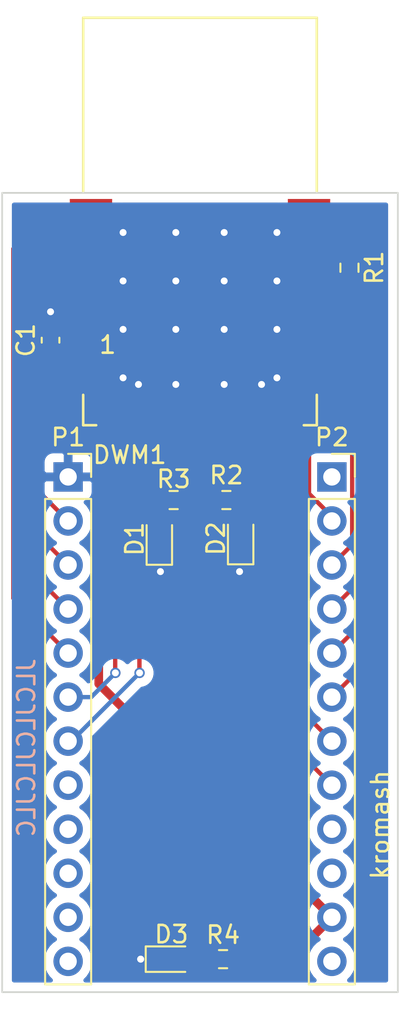
<source format=kicad_pcb>
(kicad_pcb (version 20171130) (host pcbnew 5.1.10-88a1d61d58~90~ubuntu20.04.1)

  (general
    (thickness 1.6)
    (drawings 11)
    (tracks 115)
    (zones 0)
    (modules 11)
    (nets 31)
  )

  (page A4)
  (title_block
    (date "jeu. 02 avril 2015")
  )

  (layers
    (0 F.Cu signal)
    (31 B.Cu signal)
    (32 B.Adhes user hide)
    (33 F.Adhes user hide)
    (34 B.Paste user)
    (35 F.Paste user hide)
    (36 B.SilkS user)
    (37 F.SilkS user)
    (38 B.Mask user)
    (39 F.Mask user hide)
    (40 Dwgs.User user)
    (41 Cmts.User user)
    (42 Eco1.User user hide)
    (43 Eco2.User user hide)
    (44 Edge.Cuts user)
    (45 Margin user hide)
    (46 B.CrtYd user hide)
    (47 F.CrtYd user hide)
    (48 B.Fab user)
    (49 F.Fab user)
  )

  (setup
    (last_trace_width 0.5)
    (user_trace_width 0.25)
    (user_trace_width 0.5)
    (trace_clearance 0.2)
    (zone_clearance 0.508)
    (zone_45_only no)
    (trace_min 0.2)
    (via_size 0.6)
    (via_drill 0.4)
    (via_min_size 0.4)
    (via_min_drill 0.3)
    (uvia_size 0.3)
    (uvia_drill 0.1)
    (uvias_allowed no)
    (uvia_min_size 0.2)
    (uvia_min_drill 0.1)
    (edge_width 0.1)
    (segment_width 0.15)
    (pcb_text_width 0.3)
    (pcb_text_size 1.5 1.5)
    (mod_edge_width 0.15)
    (mod_text_size 1 1)
    (mod_text_width 0.15)
    (pad_size 1.5 1.5)
    (pad_drill 0.6)
    (pad_to_mask_clearance 0)
    (aux_axis_origin 138.176 110.617)
    (visible_elements FFFFEF7F)
    (pcbplotparams
      (layerselection 0x010fc_ffffffff)
      (usegerberextensions false)
      (usegerberattributes true)
      (usegerberadvancedattributes true)
      (creategerberjobfile true)
      (excludeedgelayer true)
      (linewidth 0.100000)
      (plotframeref false)
      (viasonmask false)
      (mode 1)
      (useauxorigin false)
      (hpglpennumber 1)
      (hpglpenspeed 20)
      (hpglpendiameter 15.000000)
      (psnegative false)
      (psa4output false)
      (plotreference true)
      (plotvalue true)
      (plotinvisibletext false)
      (padsonsilk false)
      (subtractmaskfromsilk false)
      (outputformat 1)
      (mirror false)
      (drillshape 0)
      (scaleselection 1)
      (outputdirectory "jlcpcb_files/gerber/"))
  )

  (net 0 "")
  (net 1 GND)
  (net 2 /A3)
  (net 3 /A2)
  (net 4 /A1)
  (net 5 /A0)
  (net 6 /AREF)
  (net 7 +3V3)
  (net 8 "Net-(DWM1-Pad15)")
  (net 9 "Net-(DWM1-Pad14)")
  (net 10 "Net-(DWM1-Pad11)")
  (net 11 "Net-(D2-Pad2)")
  (net 12 "Net-(D1-Pad2)")
  (net 13 "/A4(SCK)")
  (net 14 "/A5(MISO)")
  (net 15 "/A6(MOSI)")
  (net 16 "/A7(SS)")
  (net 17 /D6)
  (net 18 /D7)
  (net 19 /D2)
  (net 20 /D3)
  (net 21 /D4)
  (net 22 /D5)
  (net 23 /D12)
  (net 24 /D11)
  (net 25 /D10)
  (net 26 /D9)
  (net 27 /D8)
  (net 28 /13)
  (net 29 "Net-(P2-Pad1)")
  (net 30 "Net-(D3-Pad2)")

  (net_class Default "This is the default net class."
    (clearance 0.2)
    (trace_width 0.25)
    (via_dia 0.6)
    (via_drill 0.4)
    (uvia_dia 0.3)
    (uvia_drill 0.1)
    (add_net +3V3)
    (add_net /13)
    (add_net /A0)
    (add_net /A1)
    (add_net /A2)
    (add_net /A3)
    (add_net "/A4(SCK)")
    (add_net "/A5(MISO)")
    (add_net "/A6(MOSI)")
    (add_net "/A7(SS)")
    (add_net /AREF)
    (add_net /D10)
    (add_net /D11)
    (add_net /D12)
    (add_net /D2)
    (add_net /D3)
    (add_net /D4)
    (add_net /D5)
    (add_net /D6)
    (add_net /D7)
    (add_net /D8)
    (add_net /D9)
    (add_net GND)
    (add_net "Net-(D1-Pad2)")
    (add_net "Net-(D2-Pad2)")
    (add_net "Net-(D3-Pad2)")
    (add_net "Net-(DWM1-Pad11)")
    (add_net "Net-(DWM1-Pad14)")
    (add_net "Net-(DWM1-Pad15)")
    (add_net "Net-(P2-Pad1)")
  )

  (module Resistor_SMD:R_0603_1608Metric (layer F.Cu) (tedit 5F68FEEE) (tstamp 61055D7A)
    (at 148.399 106.68 180)
    (descr "Resistor SMD 0603 (1608 Metric), square (rectangular) end terminal, IPC_7351 nominal, (Body size source: IPC-SM-782 page 72, https://www.pcb-3d.com/wordpress/wp-content/uploads/ipc-sm-782a_amendment_1_and_2.pdf), generated with kicad-footprint-generator")
    (tags resistor)
    (path /610BD43D)
    (attr smd)
    (fp_text reference R4 (at 0 1.397) (layer F.SilkS)
      (effects (font (size 1 1) (thickness 0.15)))
    )
    (fp_text value 1K (at 0 -1.397) (layer F.Fab)
      (effects (font (size 1 1) (thickness 0.15)))
    )
    (fp_line (start 1.48 0.73) (end -1.48 0.73) (layer F.CrtYd) (width 0.05))
    (fp_line (start 1.48 -0.73) (end 1.48 0.73) (layer F.CrtYd) (width 0.05))
    (fp_line (start -1.48 -0.73) (end 1.48 -0.73) (layer F.CrtYd) (width 0.05))
    (fp_line (start -1.48 0.73) (end -1.48 -0.73) (layer F.CrtYd) (width 0.05))
    (fp_line (start -0.237258 0.5225) (end 0.237258 0.5225) (layer F.SilkS) (width 0.12))
    (fp_line (start -0.237258 -0.5225) (end 0.237258 -0.5225) (layer F.SilkS) (width 0.12))
    (fp_line (start 0.8 0.4125) (end -0.8 0.4125) (layer F.Fab) (width 0.1))
    (fp_line (start 0.8 -0.4125) (end 0.8 0.4125) (layer F.Fab) (width 0.1))
    (fp_line (start -0.8 -0.4125) (end 0.8 -0.4125) (layer F.Fab) (width 0.1))
    (fp_line (start -0.8 0.4125) (end -0.8 -0.4125) (layer F.Fab) (width 0.1))
    (fp_text user %R (at 0 0) (layer F.Fab)
      (effects (font (size 0.4 0.4) (thickness 0.06)))
    )
    (pad 2 smd roundrect (at 0.825 0 180) (size 0.8 0.95) (layers F.Cu F.Paste F.Mask) (roundrect_rratio 0.25)
      (net 30 "Net-(D3-Pad2)"))
    (pad 1 smd roundrect (at -0.825 0 180) (size 0.8 0.95) (layers F.Cu F.Paste F.Mask) (roundrect_rratio 0.25)
      (net 7 +3V3))
    (model ${KISYS3DMOD}/Resistor_SMD.3dshapes/R_0603_1608Metric.wrl
      (at (xyz 0 0 0))
      (scale (xyz 1 1 1))
      (rotate (xyz 0 0 0))
    )
  )

  (module LED_SMD:LED_0603_1608Metric (layer F.Cu) (tedit 5F68FEF1) (tstamp 61055C07)
    (at 145.415 106.68)
    (descr "LED SMD 0603 (1608 Metric), square (rectangular) end terminal, IPC_7351 nominal, (Body size source: http://www.tortai-tech.com/upload/download/2011102023233369053.pdf), generated with kicad-footprint-generator")
    (tags LED)
    (path /610B57B4)
    (attr smd)
    (fp_text reference D3 (at 0 -1.43) (layer F.SilkS)
      (effects (font (size 1 1) (thickness 0.15)))
    )
    (fp_text value PWR (at 0 1.43) (layer F.Fab)
      (effects (font (size 1 1) (thickness 0.15)))
    )
    (fp_line (start 1.48 0.73) (end -1.48 0.73) (layer F.CrtYd) (width 0.05))
    (fp_line (start 1.48 -0.73) (end 1.48 0.73) (layer F.CrtYd) (width 0.05))
    (fp_line (start -1.48 -0.73) (end 1.48 -0.73) (layer F.CrtYd) (width 0.05))
    (fp_line (start -1.48 0.73) (end -1.48 -0.73) (layer F.CrtYd) (width 0.05))
    (fp_line (start -1.485 0.735) (end 0.8 0.735) (layer F.SilkS) (width 0.12))
    (fp_line (start -1.485 -0.735) (end -1.485 0.735) (layer F.SilkS) (width 0.12))
    (fp_line (start 0.8 -0.735) (end -1.485 -0.735) (layer F.SilkS) (width 0.12))
    (fp_line (start 0.8 0.4) (end 0.8 -0.4) (layer F.Fab) (width 0.1))
    (fp_line (start -0.8 0.4) (end 0.8 0.4) (layer F.Fab) (width 0.1))
    (fp_line (start -0.8 -0.1) (end -0.8 0.4) (layer F.Fab) (width 0.1))
    (fp_line (start -0.5 -0.4) (end -0.8 -0.1) (layer F.Fab) (width 0.1))
    (fp_line (start 0.8 -0.4) (end -0.5 -0.4) (layer F.Fab) (width 0.1))
    (fp_text user %R (at 0 0) (layer F.Fab)
      (effects (font (size 0.4 0.4) (thickness 0.06)))
    )
    (pad 2 smd roundrect (at 0.7875 0) (size 0.875 0.95) (layers F.Cu F.Paste F.Mask) (roundrect_rratio 0.25)
      (net 30 "Net-(D3-Pad2)"))
    (pad 1 smd roundrect (at -0.7875 0) (size 0.875 0.95) (layers F.Cu F.Paste F.Mask) (roundrect_rratio 0.25)
      (net 1 GND))
    (model ${KISYS3DMOD}/LED_SMD.3dshapes/LED_0603_1608Metric.wrl
      (at (xyz 0 0 0))
      (scale (xyz 1 1 1))
      (rotate (xyz 0 0 0))
    )
  )

  (module Connector_PinSocket_2.54mm:PinSocket_1x12_P2.54mm_Vertical (layer F.Cu) (tedit 5A19A41D) (tstamp 61028ACF)
    (at 154.686 78.867)
    (descr "Through hole straight socket strip, 1x12, 2.54mm pitch, single row (from Kicad 4.0.7), script generated")
    (tags "Through hole socket strip THT 1x12 2.54mm single row")
    (path /61091C59)
    (fp_text reference P2 (at 0 -2.286) (layer F.SilkS)
      (effects (font (size 1 1) (thickness 0.15)))
    )
    (fp_text value Analog (at 0 30.71) (layer F.Fab)
      (effects (font (size 1 1) (thickness 0.15)))
    )
    (fp_line (start -1.27 -1.27) (end 0.635 -1.27) (layer F.Fab) (width 0.1))
    (fp_line (start 0.635 -1.27) (end 1.27 -0.635) (layer F.Fab) (width 0.1))
    (fp_line (start 1.27 -0.635) (end 1.27 29.21) (layer F.Fab) (width 0.1))
    (fp_line (start 1.27 29.21) (end -1.27 29.21) (layer F.Fab) (width 0.1))
    (fp_line (start -1.27 29.21) (end -1.27 -1.27) (layer F.Fab) (width 0.1))
    (fp_line (start -1.33 1.27) (end 1.33 1.27) (layer F.SilkS) (width 0.12))
    (fp_line (start -1.33 1.27) (end -1.33 29.27) (layer F.SilkS) (width 0.12))
    (fp_line (start -1.33 29.27) (end 1.33 29.27) (layer F.SilkS) (width 0.12))
    (fp_line (start 1.33 1.27) (end 1.33 29.27) (layer F.SilkS) (width 0.12))
    (fp_line (start 1.33 -1.33) (end 1.33 0) (layer F.SilkS) (width 0.12))
    (fp_line (start 0 -1.33) (end 1.33 -1.33) (layer F.SilkS) (width 0.12))
    (fp_line (start -1.8 -1.8) (end 1.75 -1.8) (layer F.CrtYd) (width 0.05))
    (fp_line (start 1.75 -1.8) (end 1.75 29.7) (layer F.CrtYd) (width 0.05))
    (fp_line (start 1.75 29.7) (end -1.8 29.7) (layer F.CrtYd) (width 0.05))
    (fp_line (start -1.8 29.7) (end -1.8 -1.8) (layer F.CrtYd) (width 0.05))
    (fp_text user %R (at 0 13.97 90) (layer F.Fab)
      (effects (font (size 1 1) (thickness 0.15)))
    )
    (pad 12 thru_hole oval (at 0 27.94) (size 1.7 1.7) (drill 1) (layers *.Cu *.Mask)
      (net 28 /13))
    (pad 11 thru_hole oval (at 0 25.4) (size 1.7 1.7) (drill 1) (layers *.Cu *.Mask)
      (net 7 +3V3))
    (pad 10 thru_hole oval (at 0 22.86) (size 1.7 1.7) (drill 1) (layers *.Cu *.Mask)
      (net 6 /AREF))
    (pad 9 thru_hole oval (at 0 20.32) (size 1.7 1.7) (drill 1) (layers *.Cu *.Mask)
      (net 5 /A0))
    (pad 8 thru_hole oval (at 0 17.78) (size 1.7 1.7) (drill 1) (layers *.Cu *.Mask)
      (net 4 /A1))
    (pad 7 thru_hole oval (at 0 15.24) (size 1.7 1.7) (drill 1) (layers *.Cu *.Mask)
      (net 3 /A2))
    (pad 6 thru_hole oval (at 0 12.7) (size 1.7 1.7) (drill 1) (layers *.Cu *.Mask)
      (net 2 /A3))
    (pad 5 thru_hole oval (at 0 10.16) (size 1.7 1.7) (drill 1) (layers *.Cu *.Mask)
      (net 13 "/A4(SCK)"))
    (pad 4 thru_hole oval (at 0 7.62) (size 1.7 1.7) (drill 1) (layers *.Cu *.Mask)
      (net 14 "/A5(MISO)"))
    (pad 3 thru_hole oval (at 0 5.08) (size 1.7 1.7) (drill 1) (layers *.Cu *.Mask)
      (net 15 "/A6(MOSI)"))
    (pad 2 thru_hole oval (at 0 2.54) (size 1.7 1.7) (drill 1) (layers *.Cu *.Mask)
      (net 16 "/A7(SS)"))
    (pad 1 thru_hole rect (at 0 0) (size 1.7 1.7) (drill 1) (layers *.Cu *.Mask)
      (net 29 "Net-(P2-Pad1)"))
    (model ${KISYS3DMOD}/Connector_PinSocket_2.54mm.3dshapes/PinSocket_1x12_P2.54mm_Vertical.wrl
      (at (xyz 0 0 0))
      (scale (xyz 1 1 1))
      (rotate (xyz 0 0 0))
    )
  )

  (module Connector_PinSocket_2.54mm:PinSocket_1x12_P2.54mm_Vertical (layer F.Cu) (tedit 5A19A41D) (tstamp 6102749F)
    (at 139.446 78.867)
    (descr "Through hole straight socket strip, 1x12, 2.54mm pitch, single row (from Kicad 4.0.7), script generated")
    (tags "Through hole socket strip THT 1x12 2.54mm single row")
    (path /6102250C)
    (fp_text reference P1 (at 0 -2.286) (layer F.SilkS)
      (effects (font (size 1 1) (thickness 0.15)))
    )
    (fp_text value Digital (at 0 30.71) (layer F.Fab)
      (effects (font (size 1 1) (thickness 0.15)))
    )
    (fp_line (start -1.27 -1.27) (end 0.635 -1.27) (layer F.Fab) (width 0.1))
    (fp_line (start 0.635 -1.27) (end 1.27 -0.635) (layer F.Fab) (width 0.1))
    (fp_line (start 1.27 -0.635) (end 1.27 29.21) (layer F.Fab) (width 0.1))
    (fp_line (start 1.27 29.21) (end -1.27 29.21) (layer F.Fab) (width 0.1))
    (fp_line (start -1.27 29.21) (end -1.27 -1.27) (layer F.Fab) (width 0.1))
    (fp_line (start -1.33 1.27) (end 1.33 1.27) (layer F.SilkS) (width 0.12))
    (fp_line (start -1.33 1.27) (end -1.33 29.27) (layer F.SilkS) (width 0.12))
    (fp_line (start -1.33 29.27) (end 1.33 29.27) (layer F.SilkS) (width 0.12))
    (fp_line (start 1.33 1.27) (end 1.33 29.27) (layer F.SilkS) (width 0.12))
    (fp_line (start 1.33 -1.33) (end 1.33 0) (layer F.SilkS) (width 0.12))
    (fp_line (start 0 -1.33) (end 1.33 -1.33) (layer F.SilkS) (width 0.12))
    (fp_line (start -1.8 -1.8) (end 1.75 -1.8) (layer F.CrtYd) (width 0.05))
    (fp_line (start 1.75 -1.8) (end 1.75 29.7) (layer F.CrtYd) (width 0.05))
    (fp_line (start 1.75 29.7) (end -1.8 29.7) (layer F.CrtYd) (width 0.05))
    (fp_line (start -1.8 29.7) (end -1.8 -1.8) (layer F.CrtYd) (width 0.05))
    (fp_text user %R (at 0 13.97 90) (layer F.Fab)
      (effects (font (size 1 1) (thickness 0.15)))
    )
    (pad 12 thru_hole oval (at 0 27.94) (size 1.7 1.7) (drill 1) (layers *.Cu *.Mask)
      (net 23 /D12))
    (pad 11 thru_hole oval (at 0 25.4) (size 1.7 1.7) (drill 1) (layers *.Cu *.Mask)
      (net 24 /D11))
    (pad 10 thru_hole oval (at 0 22.86) (size 1.7 1.7) (drill 1) (layers *.Cu *.Mask)
      (net 25 /D10))
    (pad 9 thru_hole oval (at 0 20.32) (size 1.7 1.7) (drill 1) (layers *.Cu *.Mask)
      (net 26 /D9))
    (pad 8 thru_hole oval (at 0 17.78) (size 1.7 1.7) (drill 1) (layers *.Cu *.Mask)
      (net 27 /D8))
    (pad 7 thru_hole oval (at 0 15.24) (size 1.7 1.7) (drill 1) (layers *.Cu *.Mask)
      (net 18 /D7))
    (pad 6 thru_hole oval (at 0 12.7) (size 1.7 1.7) (drill 1) (layers *.Cu *.Mask)
      (net 17 /D6))
    (pad 5 thru_hole oval (at 0 10.16) (size 1.7 1.7) (drill 1) (layers *.Cu *.Mask)
      (net 22 /D5))
    (pad 4 thru_hole oval (at 0 7.62) (size 1.7 1.7) (drill 1) (layers *.Cu *.Mask)
      (net 21 /D4))
    (pad 3 thru_hole oval (at 0 5.08) (size 1.7 1.7) (drill 1) (layers *.Cu *.Mask)
      (net 20 /D3))
    (pad 2 thru_hole oval (at 0 2.54) (size 1.7 1.7) (drill 1) (layers *.Cu *.Mask)
      (net 19 /D2))
    (pad 1 thru_hole rect (at 0 0) (size 1.7 1.7) (drill 1) (layers *.Cu *.Mask)
      (net 1 GND))
    (model ${KISYS3DMOD}/Connector_PinSocket_2.54mm.3dshapes/PinSocket_1x12_P2.54mm_Vertical.wrl
      (at (xyz 0 0 0))
      (scale (xyz 1 1 1))
      (rotate (xyz 0 0 0))
    )
  )

  (module LED_SMD:LED_0603_1608Metric (layer F.Cu) (tedit 5F68FEF1) (tstamp 60FCB453)
    (at 149.4155 82.423 90)
    (descr "LED SMD 0603 (1608 Metric), square (rectangular) end terminal, IPC_7351 nominal, (Body size source: http://www.tortai-tech.com/upload/download/2011102023233369053.pdf), generated with kicad-footprint-generator")
    (tags LED)
    (path /6101A4B7)
    (attr smd)
    (fp_text reference D2 (at 0 -1.43 90) (layer F.SilkS)
      (effects (font (size 1 1) (thickness 0.15)))
    )
    (fp_text value LD2G (at -0.254 1.43 90) (layer F.Fab)
      (effects (font (size 1 1) (thickness 0.15)))
    )
    (fp_line (start 1.48 0.73) (end -1.48 0.73) (layer F.CrtYd) (width 0.05))
    (fp_line (start 1.48 -0.73) (end 1.48 0.73) (layer F.CrtYd) (width 0.05))
    (fp_line (start -1.48 -0.73) (end 1.48 -0.73) (layer F.CrtYd) (width 0.05))
    (fp_line (start -1.48 0.73) (end -1.48 -0.73) (layer F.CrtYd) (width 0.05))
    (fp_line (start -1.485 0.735) (end 0.8 0.735) (layer F.SilkS) (width 0.12))
    (fp_line (start -1.485 -0.735) (end -1.485 0.735) (layer F.SilkS) (width 0.12))
    (fp_line (start 0.8 -0.735) (end -1.485 -0.735) (layer F.SilkS) (width 0.12))
    (fp_line (start 0.8 0.4) (end 0.8 -0.4) (layer F.Fab) (width 0.1))
    (fp_line (start -0.8 0.4) (end 0.8 0.4) (layer F.Fab) (width 0.1))
    (fp_line (start -0.8 -0.1) (end -0.8 0.4) (layer F.Fab) (width 0.1))
    (fp_line (start -0.5 -0.4) (end -0.8 -0.1) (layer F.Fab) (width 0.1))
    (fp_line (start 0.8 -0.4) (end -0.5 -0.4) (layer F.Fab) (width 0.1))
    (fp_text user %R (at 0 0 90) (layer F.Fab)
      (effects (font (size 0.4 0.4) (thickness 0.06)))
    )
    (pad 2 smd roundrect (at 0.7875 0 90) (size 0.875 0.95) (layers F.Cu F.Paste F.Mask) (roundrect_rratio 0.25)
      (net 11 "Net-(D2-Pad2)"))
    (pad 1 smd roundrect (at -0.7875 0 90) (size 0.875 0.95) (layers F.Cu F.Paste F.Mask) (roundrect_rratio 0.25)
      (net 1 GND))
    (model ${KISYS3DMOD}/LED_SMD.3dshapes/LED_0603_1608Metric.wrl
      (at (xyz 0 0 0))
      (scale (xyz 1 1 1))
      (rotate (xyz 0 0 0))
    )
  )

  (module LED_SMD:LED_0603_1608Metric (layer F.Cu) (tedit 5F68FEF1) (tstamp 6105293F)
    (at 144.7165 82.4485 90)
    (descr "LED SMD 0603 (1608 Metric), square (rectangular) end terminal, IPC_7351 nominal, (Body size source: http://www.tortai-tech.com/upload/download/2011102023233369053.pdf), generated with kicad-footprint-generator")
    (tags LED)
    (path /61019DE2)
    (attr smd)
    (fp_text reference D1 (at 0 -1.43 90) (layer F.SilkS)
      (effects (font (size 1 1) (thickness 0.15)))
    )
    (fp_text value LD1R (at -0.2285 1.43 90) (layer F.Fab)
      (effects (font (size 1 1) (thickness 0.15)))
    )
    (fp_line (start 1.48 0.73) (end -1.48 0.73) (layer F.CrtYd) (width 0.05))
    (fp_line (start 1.48 -0.73) (end 1.48 0.73) (layer F.CrtYd) (width 0.05))
    (fp_line (start -1.48 -0.73) (end 1.48 -0.73) (layer F.CrtYd) (width 0.05))
    (fp_line (start -1.48 0.73) (end -1.48 -0.73) (layer F.CrtYd) (width 0.05))
    (fp_line (start -1.485 0.735) (end 0.8 0.735) (layer F.SilkS) (width 0.12))
    (fp_line (start -1.485 -0.735) (end -1.485 0.735) (layer F.SilkS) (width 0.12))
    (fp_line (start 0.8 -0.735) (end -1.485 -0.735) (layer F.SilkS) (width 0.12))
    (fp_line (start 0.8 0.4) (end 0.8 -0.4) (layer F.Fab) (width 0.1))
    (fp_line (start -0.8 0.4) (end 0.8 0.4) (layer F.Fab) (width 0.1))
    (fp_line (start -0.8 -0.1) (end -0.8 0.4) (layer F.Fab) (width 0.1))
    (fp_line (start -0.5 -0.4) (end -0.8 -0.1) (layer F.Fab) (width 0.1))
    (fp_line (start 0.8 -0.4) (end -0.5 -0.4) (layer F.Fab) (width 0.1))
    (fp_text user %R (at 0 0 90) (layer F.Fab)
      (effects (font (size 0.4 0.4) (thickness 0.06)))
    )
    (pad 2 smd roundrect (at 0.7875 0 90) (size 0.875 0.95) (layers F.Cu F.Paste F.Mask) (roundrect_rratio 0.25)
      (net 12 "Net-(D1-Pad2)"))
    (pad 1 smd roundrect (at -0.7875 0 90) (size 0.875 0.95) (layers F.Cu F.Paste F.Mask) (roundrect_rratio 0.25)
      (net 1 GND))
    (model ${KISYS3DMOD}/LED_SMD.3dshapes/LED_0603_1608Metric.wrl
      (at (xyz 0 0 0))
      (scale (xyz 1 1 1))
      (rotate (xyz 0 0 0))
    )
  )

  (module Capacitor_SMD:C_0603_1608Metric (layer F.Cu) (tedit 5F68FEEE) (tstamp 6105269E)
    (at 138.43 70.98 90)
    (descr "Capacitor SMD 0603 (1608 Metric), square (rectangular) end terminal, IPC_7351 nominal, (Body size source: IPC-SM-782 page 76, https://www.pcb-3d.com/wordpress/wp-content/uploads/ipc-sm-782a_amendment_1_and_2.pdf), generated with kicad-footprint-generator")
    (tags capacitor)
    (path /6102B3B8)
    (attr smd)
    (fp_text reference C1 (at 0 -1.43 90) (layer F.SilkS)
      (effects (font (size 1 1) (thickness 0.15)))
    )
    (fp_text value 10U (at 0 1.43 90) (layer F.Fab)
      (effects (font (size 1 1) (thickness 0.15)))
    )
    (fp_line (start 1.48 0.73) (end -1.48 0.73) (layer F.CrtYd) (width 0.05))
    (fp_line (start 1.48 -0.73) (end 1.48 0.73) (layer F.CrtYd) (width 0.05))
    (fp_line (start -1.48 -0.73) (end 1.48 -0.73) (layer F.CrtYd) (width 0.05))
    (fp_line (start -1.48 0.73) (end -1.48 -0.73) (layer F.CrtYd) (width 0.05))
    (fp_line (start -0.14058 0.51) (end 0.14058 0.51) (layer F.SilkS) (width 0.12))
    (fp_line (start -0.14058 -0.51) (end 0.14058 -0.51) (layer F.SilkS) (width 0.12))
    (fp_line (start 0.8 0.4) (end -0.8 0.4) (layer F.Fab) (width 0.1))
    (fp_line (start 0.8 -0.4) (end 0.8 0.4) (layer F.Fab) (width 0.1))
    (fp_line (start -0.8 -0.4) (end 0.8 -0.4) (layer F.Fab) (width 0.1))
    (fp_line (start -0.8 0.4) (end -0.8 -0.4) (layer F.Fab) (width 0.1))
    (fp_text user %R (at 0 0 90) (layer F.Fab)
      (effects (font (size 0.4 0.4) (thickness 0.06)))
    )
    (pad 2 smd roundrect (at 0.775 0 90) (size 0.9 0.95) (layers F.Cu F.Paste F.Mask) (roundrect_rratio 0.25)
      (net 1 GND))
    (pad 1 smd roundrect (at -0.775 0 90) (size 0.9 0.95) (layers F.Cu F.Paste F.Mask) (roundrect_rratio 0.25)
      (net 7 +3V3))
    (model ${KISYS3DMOD}/Capacitor_SMD.3dshapes/C_0603_1608Metric.wrl
      (at (xyz 0 0 0))
      (scale (xyz 1 1 1))
      (rotate (xyz 0 0 0))
    )
  )

  (module Resistor_SMD:R_0603_1608Metric (layer F.Cu) (tedit 5F68FEEE) (tstamp 60FCBF0B)
    (at 145.542 80.2005 180)
    (descr "Resistor SMD 0603 (1608 Metric), square (rectangular) end terminal, IPC_7351 nominal, (Body size source: IPC-SM-782 page 72, https://www.pcb-3d.com/wordpress/wp-content/uploads/ipc-sm-782a_amendment_1_and_2.pdf), generated with kicad-footprint-generator")
    (tags resistor)
    (path /61051918)
    (attr smd)
    (fp_text reference R3 (at 0 1.2065) (layer F.SilkS)
      (effects (font (size 1 1) (thickness 0.15)))
    )
    (fp_text value 1K (at 0 2.4765) (layer F.Fab)
      (effects (font (size 1 1) (thickness 0.15)))
    )
    (fp_line (start 1.48 0.73) (end -1.48 0.73) (layer F.CrtYd) (width 0.05))
    (fp_line (start 1.48 -0.73) (end 1.48 0.73) (layer F.CrtYd) (width 0.05))
    (fp_line (start -1.48 -0.73) (end 1.48 -0.73) (layer F.CrtYd) (width 0.05))
    (fp_line (start -1.48 0.73) (end -1.48 -0.73) (layer F.CrtYd) (width 0.05))
    (fp_line (start -0.237258 0.5225) (end 0.237258 0.5225) (layer F.SilkS) (width 0.12))
    (fp_line (start -0.237258 -0.5225) (end 0.237258 -0.5225) (layer F.SilkS) (width 0.12))
    (fp_line (start 0.8 0.4125) (end -0.8 0.4125) (layer F.Fab) (width 0.1))
    (fp_line (start 0.8 -0.4125) (end 0.8 0.4125) (layer F.Fab) (width 0.1))
    (fp_line (start -0.8 -0.4125) (end 0.8 -0.4125) (layer F.Fab) (width 0.1))
    (fp_line (start -0.8 0.4125) (end -0.8 -0.4125) (layer F.Fab) (width 0.1))
    (fp_text user %R (at 0 0) (layer F.Fab)
      (effects (font (size 0.4 0.4) (thickness 0.06)))
    )
    (pad 2 smd roundrect (at 0.825 0 180) (size 0.8 0.95) (layers F.Cu F.Paste F.Mask) (roundrect_rratio 0.25)
      (net 12 "Net-(D1-Pad2)"))
    (pad 1 smd roundrect (at -0.825 0 180) (size 0.8 0.95) (layers F.Cu F.Paste F.Mask) (roundrect_rratio 0.25)
      (net 4 /A1))
    (model ${KISYS3DMOD}/Resistor_SMD.3dshapes/R_0603_1608Metric.wrl
      (at (xyz 0 0 0))
      (scale (xyz 1 1 1))
      (rotate (xyz 0 0 0))
    )
  )

  (module Resistor_SMD:R_0603_1608Metric (layer F.Cu) (tedit 5F68FEEE) (tstamp 60FCBF3B)
    (at 148.59 80.2005)
    (descr "Resistor SMD 0603 (1608 Metric), square (rectangular) end terminal, IPC_7351 nominal, (Body size source: IPC-SM-782 page 72, https://www.pcb-3d.com/wordpress/wp-content/uploads/ipc-sm-782a_amendment_1_and_2.pdf), generated with kicad-footprint-generator")
    (tags resistor)
    (path /61051FA6)
    (attr smd)
    (fp_text reference R2 (at 0 -1.43) (layer F.SilkS)
      (effects (font (size 1 1) (thickness 0.15)))
    )
    (fp_text value 1K (at 0 1.43) (layer F.Fab)
      (effects (font (size 1 1) (thickness 0.15)))
    )
    (fp_line (start 1.48 0.73) (end -1.48 0.73) (layer F.CrtYd) (width 0.05))
    (fp_line (start 1.48 -0.73) (end 1.48 0.73) (layer F.CrtYd) (width 0.05))
    (fp_line (start -1.48 -0.73) (end 1.48 -0.73) (layer F.CrtYd) (width 0.05))
    (fp_line (start -1.48 0.73) (end -1.48 -0.73) (layer F.CrtYd) (width 0.05))
    (fp_line (start -0.237258 0.5225) (end 0.237258 0.5225) (layer F.SilkS) (width 0.12))
    (fp_line (start -0.237258 -0.5225) (end 0.237258 -0.5225) (layer F.SilkS) (width 0.12))
    (fp_line (start 0.8 0.4125) (end -0.8 0.4125) (layer F.Fab) (width 0.1))
    (fp_line (start 0.8 -0.4125) (end 0.8 0.4125) (layer F.Fab) (width 0.1))
    (fp_line (start -0.8 -0.4125) (end 0.8 -0.4125) (layer F.Fab) (width 0.1))
    (fp_line (start -0.8 0.4125) (end -0.8 -0.4125) (layer F.Fab) (width 0.1))
    (fp_text user %R (at 0 0) (layer F.Fab)
      (effects (font (size 0.4 0.4) (thickness 0.06)))
    )
    (pad 2 smd roundrect (at 0.825 0) (size 0.8 0.95) (layers F.Cu F.Paste F.Mask) (roundrect_rratio 0.25)
      (net 11 "Net-(D2-Pad2)"))
    (pad 1 smd roundrect (at -0.825 0) (size 0.8 0.95) (layers F.Cu F.Paste F.Mask) (roundrect_rratio 0.25)
      (net 3 /A2))
    (model ${KISYS3DMOD}/Resistor_SMD.3dshapes/R_0603_1608Metric.wrl
      (at (xyz 0 0 0))
      (scale (xyz 1 1 1))
      (rotate (xyz 0 0 0))
    )
  )

  (module Resistor_SMD:R_0603_1608Metric (layer F.Cu) (tedit 5F68FEEE) (tstamp 60FCBCF9)
    (at 155.702 66.802 270)
    (descr "Resistor SMD 0603 (1608 Metric), square (rectangular) end terminal, IPC_7351 nominal, (Body size source: IPC-SM-782 page 72, https://www.pcb-3d.com/wordpress/wp-content/uploads/ipc-sm-782a_amendment_1_and_2.pdf), generated with kicad-footprint-generator")
    (tags resistor)
    (path /60FE0CE5)
    (attr smd)
    (fp_text reference R1 (at 0 -1.43 90) (layer F.SilkS)
      (effects (font (size 1 1) (thickness 0.15)))
    )
    (fp_text value 10K (at 0 1.43 90) (layer F.Fab)
      (effects (font (size 1 1) (thickness 0.15)))
    )
    (fp_line (start 1.48 0.73) (end -1.48 0.73) (layer F.CrtYd) (width 0.05))
    (fp_line (start 1.48 -0.73) (end 1.48 0.73) (layer F.CrtYd) (width 0.05))
    (fp_line (start -1.48 -0.73) (end 1.48 -0.73) (layer F.CrtYd) (width 0.05))
    (fp_line (start -1.48 0.73) (end -1.48 -0.73) (layer F.CrtYd) (width 0.05))
    (fp_line (start -0.237258 0.5225) (end 0.237258 0.5225) (layer F.SilkS) (width 0.12))
    (fp_line (start -0.237258 -0.5225) (end 0.237258 -0.5225) (layer F.SilkS) (width 0.12))
    (fp_line (start 0.8 0.4125) (end -0.8 0.4125) (layer F.Fab) (width 0.1))
    (fp_line (start 0.8 -0.4125) (end 0.8 0.4125) (layer F.Fab) (width 0.1))
    (fp_line (start -0.8 -0.4125) (end 0.8 -0.4125) (layer F.Fab) (width 0.1))
    (fp_line (start -0.8 0.4125) (end -0.8 -0.4125) (layer F.Fab) (width 0.1))
    (fp_text user %R (at 0.254 -0.1905 90) (layer F.Fab)
      (effects (font (size 0.4 0.4) (thickness 0.06)))
    )
    (pad 2 smd roundrect (at 0.825 0 270) (size 0.8 0.95) (layers F.Cu F.Paste F.Mask) (roundrect_rratio 0.25)
      (net 1 GND))
    (pad 1 smd roundrect (at -0.825 0 270) (size 0.8 0.95) (layers F.Cu F.Paste F.Mask) (roundrect_rratio 0.25)
      (net 2 /A3))
    (model ${KISYS3DMOD}/Resistor_SMD.3dshapes/R_0603_1608Metric.wrl
      (at (xyz 0 0 0))
      (scale (xyz 1 1 1))
      (rotate (xyz 0 0 0))
    )
  )

  (module RF_Module:DWM1000 (layer F.Cu) (tedit 5A5206A0) (tstamp 61029605)
    (at 147.066 64.135)
    (descr "IEEE802.15.4-2011 UWB")
    (tags "UWB Module")
    (path /60F61C68)
    (attr smd)
    (fp_text reference DWM1 (at -4.064 13.462) (layer F.SilkS)
      (effects (font (size 1 1) (thickness 0.15)))
    )
    (fp_text value DWM1000 (at 0 7.5) (layer F.Fab)
      (effects (font (size 1 1) (thickness 0.15)))
    )
    (fp_line (start 6.35 -12.7) (end 8.89 -10.16) (layer Dwgs.User) (width 0.15))
    (fp_line (start 2.54 -12.7) (end 8.89 -6.35) (layer Dwgs.User) (width 0.15))
    (fp_line (start -1.27 -12.7) (end 8.89 -2.54) (layer Dwgs.User) (width 0.15))
    (fp_line (start 6.35 -1.27) (end -5.08 -12.7) (layer Dwgs.User) (width 0.15))
    (fp_line (start 2.54 -1.27) (end -8.89 -12.7) (layer Dwgs.User) (width 0.15))
    (fp_line (start -8.89 -8.89) (end -1.27 -1.27) (layer Dwgs.User) (width 0.15))
    (fp_line (start -8.89 -5.08) (end -5.08 -1.27) (layer Dwgs.User) (width 0.15))
    (fp_line (start -8.89 -12.7) (end 8.89 -12.7) (layer Dwgs.User) (width 0.15))
    (fp_line (start 8.89 -12.7) (end 8.89 -1.27) (layer Dwgs.User) (width 0.15))
    (fp_line (start 8.89 -1.27) (end -8.89 -1.27) (layer Dwgs.User) (width 0.15))
    (fp_line (start -8.89 -1.27) (end -8.89 -12.7) (layer Dwgs.User) (width 0.15))
    (fp_line (start -6 11.75) (end -6.75 11.75) (layer F.SilkS) (width 0.15))
    (fp_line (start -6.75 11.75) (end -6.75 10) (layer F.SilkS) (width 0.15))
    (fp_line (start 6 11.75) (end 6.75 11.75) (layer F.SilkS) (width 0.15))
    (fp_line (start 6.75 11.75) (end 6.75 10) (layer F.SilkS) (width 0.15))
    (fp_line (start 6.5 11.5) (end 6.5 -11.5) (layer F.Fab) (width 0.15))
    (fp_line (start 6.5 -11.5) (end -6.5 -11.5) (layer F.Fab) (width 0.15))
    (fp_line (start -6.5 -11.5) (end -6.5 11.5) (layer F.Fab) (width 0.15))
    (fp_line (start -6.5 11.5) (end 6.5 11.5) (layer F.Fab) (width 0.15))
    (fp_line (start -7.85 12.85) (end 7.85 12.85) (layer F.CrtYd) (width 0.05))
    (fp_line (start 7.85 12.85) (end 7.85 -11.85) (layer F.CrtYd) (width 0.05))
    (fp_line (start 7.85 -11.85) (end -7.85 -11.85) (layer F.CrtYd) (width 0.05))
    (fp_line (start -7.85 -11.85) (end -7.85 12.85) (layer F.CrtYd) (width 0.05))
    (fp_line (start -3.81 -2.47) (end -3.81 -10.725) (layer F.Fab) (width 0.15))
    (fp_line (start -3.81 -10.725) (end 1.905 -10.725) (layer F.Fab) (width 0.15))
    (fp_line (start 1.905 -10.725) (end 1.905 -2.47) (layer F.Fab) (width 0.15))
    (fp_line (start 1.905 -2.47) (end -3.81 -2.47) (layer F.Fab) (width 0.15))
    (fp_line (start -5.08 10.865) (end -5.715 10.23) (layer F.Fab) (width 0.15))
    (fp_line (start -5.715 10.23) (end -5.715 -1.2) (layer F.Fab) (width 0.15))
    (fp_line (start -5.715 -1.2) (end 4.445 -1.2) (layer F.Fab) (width 0.15))
    (fp_line (start 4.445 -1.2) (end 5.08 -1.2) (layer F.Fab) (width 0.15))
    (fp_line (start 5.08 -1.2) (end 5.715 -0.565) (layer F.Fab) (width 0.15))
    (fp_line (start 5.715 -0.565) (end 5.715 10.865) (layer F.Fab) (width 0.15))
    (fp_line (start 5.715 10.865) (end -5.08 10.865) (layer F.Fab) (width 0.15))
    (fp_line (start -6.75 -11.75) (end 6.75 -11.75) (layer F.SilkS) (width 0.15))
    (fp_line (start 6.75 -11.75) (end 6.75 -1.75) (layer F.SilkS) (width 0.15))
    (fp_line (start -6.75 -11.75) (end -6.75 -1.75) (layer F.SilkS) (width 0.15))
    (fp_text user %R (at 0 0) (layer F.Fab)
      (effects (font (size 1 1) (thickness 0.15)))
    )
    (fp_text user "KEEP-OUT ZONE" (at 0 -8.89) (layer Cmts.User)
      (effects (font (size 1 1) (thickness 0.15)))
    )
    (fp_text user "no components, traces, or copper on any layer" (at 0 -6.35) (layer Cmts.User)
      (effects (font (size 0.5 0.5) (thickness 0.03175)))
    )
    (pad 24 smd rect (at 6.3 -0.7988 90) (size 1 2.45) (layers F.Cu F.Paste F.Mask)
      (net 1 GND))
    (pad 23 smd rect (at 6.3 0.6012 90) (size 1 2.45) (layers F.Cu F.Paste F.Mask)
      (net 1 GND))
    (pad 22 smd rect (at 6.3 2.0012 90) (size 1 2.45) (layers F.Cu F.Paste F.Mask)
      (net 2 /A3))
    (pad 21 smd rect (at 6.3 3.4012 90) (size 1 2.45) (layers F.Cu F.Paste F.Mask)
      (net 1 GND))
    (pad 20 smd rect (at 6.3 4.8012 90) (size 1 2.45) (layers F.Cu F.Paste F.Mask)
      (net 13 "/A4(SCK)"))
    (pad 19 smd rect (at 6.3 6.2012 90) (size 1 2.45) (layers F.Cu F.Paste F.Mask)
      (net 14 "/A5(MISO)"))
    (pad 18 smd rect (at 6.3 7.6 90) (size 1 2.45) (layers F.Cu F.Paste F.Mask)
      (net 15 "/A6(MOSI)"))
    (pad 17 smd rect (at 6.3 9 90) (size 1 2.45) (layers F.Cu F.Paste F.Mask)
      (net 16 "/A7(SS)"))
    (pad 16 smd rect (at 4.9 11.2962) (size 1 2.45) (layers F.Cu F.Paste F.Mask)
      (net 1 GND))
    (pad 15 smd rect (at 3.5 11.2962) (size 1 2.45) (layers F.Cu F.Paste F.Mask)
      (net 8 "Net-(DWM1-Pad15)"))
    (pad 14 smd rect (at 2.1 11.2962) (size 1 2.45) (layers F.Cu F.Paste F.Mask)
      (net 9 "Net-(DWM1-Pad14)"))
    (pad 13 smd rect (at 0.7 11.2962) (size 1 2.45) (layers F.Cu F.Paste F.Mask)
      (net 3 /A2))
    (pad 12 smd rect (at -0.7 11.2962) (size 1 2.45) (layers F.Cu F.Paste F.Mask)
      (net 4 /A1))
    (pad 11 smd rect (at -2.1 11.2962) (size 1 2.45) (layers F.Cu F.Paste F.Mask)
      (net 10 "Net-(DWM1-Pad11)"))
    (pad 10 smd rect (at -3.5 11.2962) (size 1 2.45) (layers F.Cu F.Paste F.Mask)
      (net 18 /D7))
    (pad 9 smd rect (at -4.9 11.2962) (size 1 2.45) (layers F.Cu F.Paste F.Mask)
      (net 17 /D6))
    (pad 8 smd rect (at -6.3 9.0012 90) (size 1 2.45) (layers F.Cu F.Paste F.Mask)
      (net 1 GND))
    (pad 7 smd rect (at -6.3 7.6012 90) (size 1 2.45) (layers F.Cu F.Paste F.Mask)
      (net 7 +3V3))
    (pad 6 smd rect (at -6.3 6.2012 90) (size 1 2.45) (layers F.Cu F.Paste F.Mask)
      (net 7 +3V3))
    (pad 5 smd rect (at -6.3 4.8012 90) (size 1 2.45) (layers F.Cu F.Paste F.Mask)
      (net 7 +3V3))
    (pad 4 smd rect (at -6.3 3.4012 90) (size 1 2.45) (layers F.Cu F.Paste F.Mask)
      (net 19 /D2))
    (pad 3 smd rect (at -6.3 2.0012 90) (size 1 2.45) (layers F.Cu F.Paste F.Mask)
      (net 20 /D3))
    (pad 2 smd rect (at -6.3 0.6012 90) (size 1 2.45) (layers F.Cu F.Paste F.Mask)
      (net 21 /D4))
    (pad 1 smd rect (at -6.3 -0.7988 90) (size 1 2.45) (layers F.Cu F.Paste F.Mask)
      (net 22 /D5))
    (model ${KISYS3DMOD}/RF_Module.3dshapes/DWM1000.wrl
      (at (xyz 0 0 0))
      (scale (xyz 1 1 1))
      (rotate (xyz 0 0 0))
    )
  )

  (gr_text JLCJLCJLCJLC (at 137.033 94.488 90) (layer B.SilkS)
    (effects (font (size 1 1) (thickness 0.15)) (justify mirror))
  )
  (gr_text 1 (at 141.732 71.247) (layer F.SilkS) (tstamp 60FB74C5)
    (effects (font (size 1 1) (thickness 0.15)))
  )
  (gr_text kromash (at 157.48 98.933 90) (layer F.SilkS)
    (effects (font (size 1 1) (thickness 0.15)))
  )
  (gr_line (start 150.876 67.437) (end 143.256 67.437) (angle 90) (layer Dwgs.User) (width 0.15) (tstamp 60FB71C2))
  (gr_line (start 150.876 72.517) (end 150.876 67.437) (angle 90) (layer Dwgs.User) (width 0.15) (tstamp 60FB74CE))
  (gr_line (start 143.256 72.517) (end 150.876 72.517) (angle 90) (layer Dwgs.User) (width 0.15) (tstamp 60FB74C8))
  (gr_line (start 143.256 67.437) (end 143.256 72.517) (angle 90) (layer Dwgs.User) (width 0.15) (tstamp 60FB74BF))
  (gr_line (start 135.636 62.484) (end 135.636 108.585) (angle 90) (layer Edge.Cuts) (width 0.1) (tstamp 60FC9E5C))
  (gr_line (start 158.496 62.484) (end 135.636 62.484) (angle 90) (layer Edge.Cuts) (width 0.1) (tstamp 60FB7330))
  (gr_line (start 158.496 108.585) (end 158.496 62.484) (angle 90) (layer Edge.Cuts) (width 0.1) (tstamp 61029AA8))
  (gr_line (start 135.636 108.585) (end 158.496 108.585) (angle 90) (layer Edge.Cuts) (width 0.1) (tstamp 60FB7336))

  (via (at 144.78 84.328) (size 0.6) (drill 0.4) (layers F.Cu B.Cu) (net 1))
  (via (at 149.352 84.328) (size 0.6) (drill 0.4) (layers F.Cu B.Cu) (net 1))
  (via (at 138.43 69.342) (size 0.6) (drill 0.4) (layers F.Cu B.Cu) (net 1))
  (via (at 151.511 73.152) (size 0.6) (drill 0.4) (layers F.Cu B.Cu) (net 1) (tstamp 60FDD0B9))
  (via (at 150.622 73.533) (size 0.6) (drill 0.4) (layers F.Cu B.Cu) (net 1) (tstamp 60FDD610))
  (via (at 145.669 73.533) (size 0.6) (drill 0.4) (layers F.Cu B.Cu) (net 1) (tstamp 60FDD208))
  (via (at 151.511 67.564) (size 0.6) (drill 0.4) (layers F.Cu B.Cu) (net 1))
  (via (at 151.511 64.77) (size 0.6) (drill 0.4) (layers F.Cu B.Cu) (net 1))
  (via (at 142.621 73.152) (size 0.6) (drill 0.4) (layers F.Cu B.Cu) (net 1))
  (via (at 148.463 73.533) (size 0.6) (drill 0.4) (layers F.Cu B.Cu) (net 1) (tstamp 60FDD30B))
  (via (at 142.621 70.358) (size 0.6) (drill 0.4) (layers F.Cu B.Cu) (net 1) (tstamp 60FDD352))
  (via (at 142.621 67.564) (size 0.6) (drill 0.4) (layers F.Cu B.Cu) (net 1) (tstamp 60FDD354))
  (via (at 142.621 64.77) (size 0.6) (drill 0.4) (layers F.Cu B.Cu) (net 1) (tstamp 60FDD356))
  (via (at 151.511 70.358) (size 0.6) (drill 0.4) (layers F.Cu B.Cu) (net 1) (tstamp 60FDD4F9))
  (via (at 148.463 70.358) (size 0.6) (drill 0.4) (layers F.Cu B.Cu) (net 1) (tstamp 60FDD895))
  (via (at 145.669 70.358) (size 0.6) (drill 0.4) (layers F.Cu B.Cu) (net 1) (tstamp 60FDD8DB))
  (via (at 148.463 67.564) (size 0.6) (drill 0.4) (layers F.Cu B.Cu) (net 1) (tstamp 60FDD921))
  (via (at 145.669 67.564) (size 0.6) (drill 0.4) (layers F.Cu B.Cu) (net 1) (tstamp 60FDD967))
  (via (at 148.463 64.77) (size 0.6) (drill 0.4) (layers F.Cu B.Cu) (net 1) (tstamp 60FDD9AD))
  (via (at 145.669 64.77) (size 0.6) (drill 0.4) (layers F.Cu B.Cu) (net 1) (tstamp 60FEACE4))
  (segment (start 153.4568 67.627) (end 153.366 67.5362) (width 0.25) (layer F.Cu) (net 1))
  (segment (start 155.702 67.627) (end 152.8218 67.627) (width 0.25) (layer F.Cu) (net 1))
  (segment (start 153.3322 64.77) (end 153.366 64.7362) (width 0.5) (layer F.Cu) (net 1))
  (segment (start 151.511 64.77) (end 153.3322 64.77) (width 0.5) (layer F.Cu) (net 1))
  (segment (start 153.3382 67.564) (end 153.366 67.5362) (width 0.5) (layer F.Cu) (net 1))
  (segment (start 151.511 67.564) (end 153.3382 67.564) (width 0.5) (layer F.Cu) (net 1))
  (segment (start 142.6052 73.1362) (end 142.621 73.152) (width 0.5) (layer F.Cu) (net 1))
  (segment (start 140.766 73.1362) (end 142.6052 73.1362) (width 0.5) (layer F.Cu) (net 1))
  (via (at 143.51 73.533) (size 0.6) (drill 0.4) (layers F.Cu B.Cu) (net 1))
  (segment (start 144.78 83.2105) (end 144.7165 83.147) (width 0.25) (layer F.Cu) (net 1))
  (segment (start 144.78 84.328) (end 144.78 83.2105) (width 0.25) (layer F.Cu) (net 1))
  (segment (start 149.352 83.236) (end 149.4155 83.1725) (width 0.25) (layer F.Cu) (net 1))
  (segment (start 149.352 84.328) (end 149.352 83.236) (width 0.25) (layer F.Cu) (net 1))
  (segment (start 153.366 63.3362) (end 151.5478 63.3362) (width 0.5) (layer F.Cu) (net 1))
  (segment (start 151.690999 75.156199) (end 151.690999 73.712999) (width 0.5) (layer F.Cu) (net 1))
  (segment (start 151.966 75.4312) (end 151.690999 75.156199) (width 0.5) (layer F.Cu) (net 1))
  (segment (start 151.690999 73.712999) (end 150.622 72.644) (width 0.5) (layer F.Cu) (net 1))
  (segment (start 138.43 69.342) (end 138.43 70.205) (width 0.5) (layer F.Cu) (net 1))
  (via (at 143.637 106.68) (size 0.6) (drill 0.4) (layers F.Cu B.Cu) (net 1))
  (via (at 143.637 106.68) (size 0.6) (drill 0.4) (layers F.Cu B.Cu) (net 1))
  (via (at 143.637 106.68) (size 0.6) (drill 0.4) (layers F.Cu B.Cu) (net 1))
  (via (at 143.637 106.68) (size 0.6) (drill 0.4) (layers F.Cu B.Cu) (net 1))
  (segment (start 143.637 106.68) (end 144.6275 106.68) (width 0.25) (layer F.Cu) (net 1))
  (segment (start 153.5252 65.977) (end 153.366 66.1362) (width 0.25) (layer F.Cu) (net 2))
  (segment (start 155.702 65.977) (end 152.8902 65.977) (width 0.25) (layer F.Cu) (net 2))
  (segment (start 157.211029 89.041971) (end 154.686 91.567) (width 0.25) (layer F.Cu) (net 2))
  (segment (start 157.211029 67.486029) (end 157.211029 89.041971) (width 0.25) (layer F.Cu) (net 2))
  (segment (start 155.702 65.977) (end 157.211029 67.486029) (width 0.25) (layer F.Cu) (net 2))
  (segment (start 147.765 75.4322) (end 147.766 75.4312) (width 0.25) (layer F.Cu) (net 3))
  (segment (start 147.765 80.2005) (end 147.765 75.4322) (width 0.25) (layer F.Cu) (net 3))
  (segment (start 147.765 87.186) (end 154.686 94.107) (width 0.25) (layer F.Cu) (net 3))
  (segment (start 147.765 80.2005) (end 147.765 87.186) (width 0.25) (layer F.Cu) (net 3))
  (segment (start 146.366 75.4312) (end 146.4242 75.4312) (width 0.25) (layer F.Cu) (net 4))
  (segment (start 146.4242 75.4312) (end 146.367 75.4884) (width 0.25) (layer F.Cu) (net 4))
  (segment (start 146.367 75.4322) (end 146.366 75.4312) (width 0.25) (layer F.Cu) (net 4))
  (segment (start 146.367 80.2005) (end 146.367 75.4322) (width 0.25) (layer F.Cu) (net 4))
  (segment (start 146.367 88.328) (end 154.686 96.647) (width 0.25) (layer F.Cu) (net 4))
  (segment (start 146.367 80.2005) (end 146.367 88.328) (width 0.25) (layer F.Cu) (net 4))
  (segment (start 138.43 73.335202) (end 138.43 71.755) (width 0.5) (layer F.Cu) (net 7))
  (segment (start 140.7472 71.755) (end 140.766 71.7362) (width 0.5) (layer F.Cu) (net 7))
  (segment (start 138.43 71.755) (end 140.7472 71.755) (width 0.5) (layer F.Cu) (net 7))
  (segment (start 140.766 71.7362) (end 140.766 70.3362) (width 0.5) (layer F.Cu) (net 7))
  (segment (start 140.766 70.3362) (end 140.766 68.9362) (width 0.5) (layer F.Cu) (net 7))
  (segment (start 154.686 104.267) (end 141.215999 90.796999) (width 0.5) (layer F.Cu) (net 7))
  (segment (start 141.215999 90.796999) (end 141.215999 76.121201) (width 0.5) (layer F.Cu) (net 7))
  (segment (start 141.215999 76.121201) (end 138.43 73.335202) (width 0.5) (layer F.Cu) (net 7))
  (segment (start 152.273 106.68) (end 154.686 104.267) (width 0.5) (layer F.Cu) (net 7))
  (segment (start 149.224 106.68) (end 152.273 106.68) (width 0.5) (layer F.Cu) (net 7))
  (segment (start 149.415 81.597) (end 149.4155 81.5975) (width 0.25) (layer F.Cu) (net 11))
  (segment (start 149.415 80.2005) (end 149.415 81.597) (width 0.25) (layer F.Cu) (net 11))
  (segment (start 144.717 81.5715) (end 144.7165 81.572) (width 0.25) (layer F.Cu) (net 12))
  (segment (start 144.717 80.2005) (end 144.717 81.5715) (width 0.25) (layer F.Cu) (net 12))
  (segment (start 156.76102 86.95198) (end 154.686 89.027) (width 0.25) (layer F.Cu) (net 13))
  (segment (start 156.76102 70.85622) (end 156.76102 86.95198) (width 0.25) (layer F.Cu) (net 13))
  (segment (start 154.841 68.9362) (end 156.76102 70.85622) (width 0.25) (layer F.Cu) (net 13))
  (segment (start 153.366 68.9362) (end 154.841 68.9362) (width 0.25) (layer F.Cu) (net 13))
  (segment (start 156.31101 84.86199) (end 154.686 86.487) (width 0.25) (layer F.Cu) (net 14))
  (segment (start 156.31101 71.80621) (end 156.31101 84.86199) (width 0.25) (layer F.Cu) (net 14))
  (segment (start 154.841 70.3362) (end 156.31101 71.80621) (width 0.25) (layer F.Cu) (net 14))
  (segment (start 153.366 70.3362) (end 154.841 70.3362) (width 0.25) (layer F.Cu) (net 14))
  (segment (start 155.861001 82.771999) (end 154.686 83.947) (width 0.25) (layer F.Cu) (net 15))
  (segment (start 155.861001 72.755001) (end 155.861001 82.771999) (width 0.25) (layer F.Cu) (net 15))
  (segment (start 154.841 71.735) (end 155.861001 72.755001) (width 0.25) (layer F.Cu) (net 15))
  (segment (start 153.366 71.735) (end 154.841 71.735) (width 0.25) (layer F.Cu) (net 15))
  (segment (start 154.686 81.152002) (end 154.686 81.407) (width 0.25) (layer F.Cu) (net 16))
  (segment (start 153.366 79.832002) (end 154.686 81.152002) (width 0.25) (layer F.Cu) (net 16))
  (segment (start 153.366 73.135) (end 153.366 79.832002) (width 0.25) (layer F.Cu) (net 16))
  (via (at 142.1765 90.17) (size 0.6) (drill 0.4) (layers F.Cu B.Cu) (net 17))
  (segment (start 142.166 90.1595) (end 142.1765 90.17) (width 0.25) (layer F.Cu) (net 17))
  (segment (start 142.166 75.4312) (end 142.166 90.1595) (width 0.25) (layer F.Cu) (net 17))
  (segment (start 140.7795 91.567) (end 139.446 91.567) (width 0.25) (layer B.Cu) (net 17))
  (segment (start 142.1765 90.17) (end 140.7795 91.567) (width 0.25) (layer B.Cu) (net 17))
  (segment (start 143.566 75.4312) (end 143.6302 75.4312) (width 0.25) (layer F.Cu) (net 18))
  (via (at 143.5735 90.17) (size 0.6) (drill 0.4) (layers F.Cu B.Cu) (net 18))
  (segment (start 143.566 90.1625) (end 143.5735 90.17) (width 0.25) (layer F.Cu) (net 18))
  (segment (start 143.566 75.4312) (end 143.566 90.1625) (width 0.25) (layer F.Cu) (net 18))
  (segment (start 139.6365 94.107) (end 139.446 94.107) (width 0.25) (layer B.Cu) (net 18))
  (segment (start 143.5735 90.17) (end 139.6365 94.107) (width 0.25) (layer B.Cu) (net 18))
  (segment (start 137.62999 79.59099) (end 139.446 81.407) (width 0.25) (layer F.Cu) (net 19))
  (segment (start 137.62999 69.19721) (end 137.62999 79.59099) (width 0.25) (layer F.Cu) (net 19))
  (segment (start 139.291 67.5362) (end 137.62999 69.19721) (width 0.25) (layer F.Cu) (net 19))
  (segment (start 140.766 67.5362) (end 139.291 67.5362) (width 0.25) (layer F.Cu) (net 19))
  (segment (start 137.17998 81.68098) (end 139.446 83.947) (width 0.25) (layer F.Cu) (net 20))
  (segment (start 137.17998 68.24722) (end 137.17998 81.68098) (width 0.25) (layer F.Cu) (net 20))
  (segment (start 139.291 66.1362) (end 137.17998 68.24722) (width 0.25) (layer F.Cu) (net 20))
  (segment (start 140.766 66.1362) (end 139.291 66.1362) (width 0.25) (layer F.Cu) (net 20))
  (segment (start 137.8923 64.7362) (end 140.766 64.7362) (width 0.25) (layer F.Cu) (net 21))
  (segment (start 136.72997 65.89853) (end 137.8923 64.7362) (width 0.25) (layer F.Cu) (net 21))
  (segment (start 136.72997 83.77097) (end 136.72997 65.89853) (width 0.25) (layer F.Cu) (net 21))
  (segment (start 139.446 86.487) (end 136.72997 83.77097) (width 0.25) (layer F.Cu) (net 21))
  (segment (start 136.27996 85.86096) (end 139.446 89.027) (width 0.25) (layer F.Cu) (net 22))
  (segment (start 136.27996 65.71213) (end 136.27996 85.86096) (width 0.25) (layer F.Cu) (net 22))
  (segment (start 138.65589 63.3362) (end 140.766 63.3362) (width 0.25) (layer F.Cu) (net 22))
  (segment (start 136.27996 65.71213) (end 138.65589 63.3362) (width 0.25) (layer F.Cu) (net 22))
  (segment (start 146.2025 106.68) (end 147.574 106.68) (width 0.25) (layer F.Cu) (net 30))

  (zone (net 1) (net_name GND) (layer F.Cu) (tstamp 0) (hatch edge 0.508)
    (connect_pads (clearance 0.508))
    (min_thickness 0.254)
    (fill yes (arc_segments 32) (thermal_gap 0.508) (thermal_bridge_width 0.508))
    (polygon
      (pts
        (xy 151.638 73.66) (xy 142.494 73.66) (xy 142.494 62.992) (xy 151.638 62.992)
      )
    )
    (filled_polygon
      (pts
        (xy 151.511 63.61695) (xy 151.506 63.62195) (xy 151.502928 63.8362) (xy 151.511 63.918159) (xy 151.511 64.154241)
        (xy 151.502928 64.2362) (xy 151.506 64.45045) (xy 151.511 64.45545) (xy 151.511 65.01695) (xy 151.506 65.02195)
        (xy 151.502928 65.2362) (xy 151.511 65.318159) (xy 151.511 65.554241) (xy 151.502928 65.6362) (xy 151.502928 66.6362)
        (xy 151.511 66.718159) (xy 151.511 66.954241) (xy 151.502928 67.0362) (xy 151.506 67.25045) (xy 151.511 67.25545)
        (xy 151.511 67.81695) (xy 151.506 67.82195) (xy 151.502928 68.0362) (xy 151.511 68.118159) (xy 151.511 68.354241)
        (xy 151.502928 68.4362) (xy 151.502928 69.4362) (xy 151.511 69.518159) (xy 151.511 69.754241) (xy 151.502928 69.8362)
        (xy 151.502928 70.8362) (xy 151.511 70.918159) (xy 151.511 71.153041) (xy 151.502928 71.235) (xy 151.502928 72.235)
        (xy 151.511 72.316959) (xy 151.511 72.553041) (xy 151.502928 72.635) (xy 151.502928 73.533) (xy 142.627592 73.533)
        (xy 142.626 73.42195) (xy 142.621 73.41695) (xy 142.621 72.85545) (xy 142.626 72.85045) (xy 142.629072 72.6362)
        (xy 142.621 72.554241) (xy 142.621 72.318159) (xy 142.629072 72.2362) (xy 142.629072 71.2362) (xy 142.621 71.154241)
        (xy 142.621 70.918159) (xy 142.629072 70.8362) (xy 142.629072 69.8362) (xy 142.621 69.754241) (xy 142.621 69.518159)
        (xy 142.629072 69.4362) (xy 142.629072 68.4362) (xy 142.621 68.354241) (xy 142.621 68.118159) (xy 142.629072 68.0362)
        (xy 142.629072 67.0362) (xy 142.621 66.954241) (xy 142.621 66.718159) (xy 142.629072 66.6362) (xy 142.629072 65.6362)
        (xy 142.621 65.554241) (xy 142.621 65.318159) (xy 142.629072 65.2362) (xy 142.629072 64.2362) (xy 142.621 64.154241)
        (xy 142.621 63.918159) (xy 142.629072 63.8362) (xy 142.629072 63.169) (xy 151.511 63.169)
      )
    )
  )
  (zone (net 0) (net_name "") (layer F.Mask) (tstamp 0) (hatch edge 0.508)
    (connect_pads (clearance 0.508))
    (min_thickness 0.254)
    (fill yes (arc_segments 32) (thermal_gap 0.508) (thermal_bridge_width 0.508))
    (polygon
      (pts
        (xy 151.638 73.66) (xy 142.494 73.66) (xy 142.494 62.992) (xy 151.638 62.992)
      )
    )
    (filled_polygon
      (pts
        (xy 151.511 73.533) (xy 142.621 73.533) (xy 142.621 63.119) (xy 151.511 63.119)
      )
    )
  )
  (zone (net 1) (net_name GND) (layer B.Cu) (tstamp 0) (hatch edge 0.508)
    (connect_pads (clearance 0.508))
    (min_thickness 0.254)
    (fill yes (arc_segments 32) (thermal_gap 0.508) (thermal_bridge_width 0.508))
    (polygon
      (pts
        (xy 158.623 108.712) (xy 135.509 108.712) (xy 135.509 62.357) (xy 158.623 62.357)
      )
    )
    (filled_polygon
      (pts
        (xy 157.811 107.9) (xy 155.693107 107.9) (xy 155.839475 107.753632) (xy 156.00199 107.510411) (xy 156.113932 107.240158)
        (xy 156.171 106.95326) (xy 156.171 106.66074) (xy 156.113932 106.373842) (xy 156.00199 106.103589) (xy 155.839475 105.860368)
        (xy 155.632632 105.653525) (xy 155.45824 105.537) (xy 155.632632 105.420475) (xy 155.839475 105.213632) (xy 156.00199 104.970411)
        (xy 156.113932 104.700158) (xy 156.171 104.41326) (xy 156.171 104.12074) (xy 156.113932 103.833842) (xy 156.00199 103.563589)
        (xy 155.839475 103.320368) (xy 155.632632 103.113525) (xy 155.45824 102.997) (xy 155.632632 102.880475) (xy 155.839475 102.673632)
        (xy 156.00199 102.430411) (xy 156.113932 102.160158) (xy 156.171 101.87326) (xy 156.171 101.58074) (xy 156.113932 101.293842)
        (xy 156.00199 101.023589) (xy 155.839475 100.780368) (xy 155.632632 100.573525) (xy 155.45824 100.457) (xy 155.632632 100.340475)
        (xy 155.839475 100.133632) (xy 156.00199 99.890411) (xy 156.113932 99.620158) (xy 156.171 99.33326) (xy 156.171 99.04074)
        (xy 156.113932 98.753842) (xy 156.00199 98.483589) (xy 155.839475 98.240368) (xy 155.632632 98.033525) (xy 155.45824 97.917)
        (xy 155.632632 97.800475) (xy 155.839475 97.593632) (xy 156.00199 97.350411) (xy 156.113932 97.080158) (xy 156.171 96.79326)
        (xy 156.171 96.50074) (xy 156.113932 96.213842) (xy 156.00199 95.943589) (xy 155.839475 95.700368) (xy 155.632632 95.493525)
        (xy 155.45824 95.377) (xy 155.632632 95.260475) (xy 155.839475 95.053632) (xy 156.00199 94.810411) (xy 156.113932 94.540158)
        (xy 156.171 94.25326) (xy 156.171 93.96074) (xy 156.113932 93.673842) (xy 156.00199 93.403589) (xy 155.839475 93.160368)
        (xy 155.632632 92.953525) (xy 155.45824 92.837) (xy 155.632632 92.720475) (xy 155.839475 92.513632) (xy 156.00199 92.270411)
        (xy 156.113932 92.000158) (xy 156.171 91.71326) (xy 156.171 91.42074) (xy 156.113932 91.133842) (xy 156.00199 90.863589)
        (xy 155.839475 90.620368) (xy 155.632632 90.413525) (xy 155.45824 90.297) (xy 155.632632 90.180475) (xy 155.839475 89.973632)
        (xy 156.00199 89.730411) (xy 156.113932 89.460158) (xy 156.171 89.17326) (xy 156.171 88.88074) (xy 156.113932 88.593842)
        (xy 156.00199 88.323589) (xy 155.839475 88.080368) (xy 155.632632 87.873525) (xy 155.45824 87.757) (xy 155.632632 87.640475)
        (xy 155.839475 87.433632) (xy 156.00199 87.190411) (xy 156.113932 86.920158) (xy 156.171 86.63326) (xy 156.171 86.34074)
        (xy 156.113932 86.053842) (xy 156.00199 85.783589) (xy 155.839475 85.540368) (xy 155.632632 85.333525) (xy 155.45824 85.217)
        (xy 155.632632 85.100475) (xy 155.839475 84.893632) (xy 156.00199 84.650411) (xy 156.113932 84.380158) (xy 156.171 84.09326)
        (xy 156.171 83.80074) (xy 156.113932 83.513842) (xy 156.00199 83.243589) (xy 155.839475 83.000368) (xy 155.632632 82.793525)
        (xy 155.45824 82.677) (xy 155.632632 82.560475) (xy 155.839475 82.353632) (xy 156.00199 82.110411) (xy 156.113932 81.840158)
        (xy 156.171 81.55326) (xy 156.171 81.26074) (xy 156.113932 80.973842) (xy 156.00199 80.703589) (xy 155.839475 80.460368)
        (xy 155.70762 80.328513) (xy 155.78018 80.306502) (xy 155.890494 80.247537) (xy 155.987185 80.168185) (xy 156.066537 80.071494)
        (xy 156.125502 79.96118) (xy 156.161812 79.841482) (xy 156.174072 79.717) (xy 156.174072 78.017) (xy 156.161812 77.892518)
        (xy 156.125502 77.77282) (xy 156.066537 77.662506) (xy 155.987185 77.565815) (xy 155.890494 77.486463) (xy 155.78018 77.427498)
        (xy 155.660482 77.391188) (xy 155.536 77.378928) (xy 153.836 77.378928) (xy 153.711518 77.391188) (xy 153.59182 77.427498)
        (xy 153.481506 77.486463) (xy 153.384815 77.565815) (xy 153.305463 77.662506) (xy 153.246498 77.77282) (xy 153.210188 77.892518)
        (xy 153.197928 78.017) (xy 153.197928 79.717) (xy 153.210188 79.841482) (xy 153.246498 79.96118) (xy 153.305463 80.071494)
        (xy 153.384815 80.168185) (xy 153.481506 80.247537) (xy 153.59182 80.306502) (xy 153.66438 80.328513) (xy 153.532525 80.460368)
        (xy 153.37001 80.703589) (xy 153.258068 80.973842) (xy 153.201 81.26074) (xy 153.201 81.55326) (xy 153.258068 81.840158)
        (xy 153.37001 82.110411) (xy 153.532525 82.353632) (xy 153.739368 82.560475) (xy 153.91376 82.677) (xy 153.739368 82.793525)
        (xy 153.532525 83.000368) (xy 153.37001 83.243589) (xy 153.258068 83.513842) (xy 153.201 83.80074) (xy 153.201 84.09326)
        (xy 153.258068 84.380158) (xy 153.37001 84.650411) (xy 153.532525 84.893632) (xy 153.739368 85.100475) (xy 153.91376 85.217)
        (xy 153.739368 85.333525) (xy 153.532525 85.540368) (xy 153.37001 85.783589) (xy 153.258068 86.053842) (xy 153.201 86.34074)
        (xy 153.201 86.63326) (xy 153.258068 86.920158) (xy 153.37001 87.190411) (xy 153.532525 87.433632) (xy 153.739368 87.640475)
        (xy 153.91376 87.757) (xy 153.739368 87.873525) (xy 153.532525 88.080368) (xy 153.37001 88.323589) (xy 153.258068 88.593842)
        (xy 153.201 88.88074) (xy 153.201 89.17326) (xy 153.258068 89.460158) (xy 153.37001 89.730411) (xy 153.532525 89.973632)
        (xy 153.739368 90.180475) (xy 153.91376 90.297) (xy 153.739368 90.413525) (xy 153.532525 90.620368) (xy 153.37001 90.863589)
        (xy 153.258068 91.133842) (xy 153.201 91.42074) (xy 153.201 91.71326) (xy 153.258068 92.000158) (xy 153.37001 92.270411)
        (xy 153.532525 92.513632) (xy 153.739368 92.720475) (xy 153.91376 92.837) (xy 153.739368 92.953525) (xy 153.532525 93.160368)
        (xy 153.37001 93.403589) (xy 153.258068 93.673842) (xy 153.201 93.96074) (xy 153.201 94.25326) (xy 153.258068 94.540158)
        (xy 153.37001 94.810411) (xy 153.532525 95.053632) (xy 153.739368 95.260475) (xy 153.91376 95.377) (xy 153.739368 95.493525)
        (xy 153.532525 95.700368) (xy 153.37001 95.943589) (xy 153.258068 96.213842) (xy 153.201 96.50074) (xy 153.201 96.79326)
        (xy 153.258068 97.080158) (xy 153.37001 97.350411) (xy 153.532525 97.593632) (xy 153.739368 97.800475) (xy 153.91376 97.917)
        (xy 153.739368 98.033525) (xy 153.532525 98.240368) (xy 153.37001 98.483589) (xy 153.258068 98.753842) (xy 153.201 99.04074)
        (xy 153.201 99.33326) (xy 153.258068 99.620158) (xy 153.37001 99.890411) (xy 153.532525 100.133632) (xy 153.739368 100.340475)
        (xy 153.91376 100.457) (xy 153.739368 100.573525) (xy 153.532525 100.780368) (xy 153.37001 101.023589) (xy 153.258068 101.293842)
        (xy 153.201 101.58074) (xy 153.201 101.87326) (xy 153.258068 102.160158) (xy 153.37001 102.430411) (xy 153.532525 102.673632)
        (xy 153.739368 102.880475) (xy 153.91376 102.997) (xy 153.739368 103.113525) (xy 153.532525 103.320368) (xy 153.37001 103.563589)
        (xy 153.258068 103.833842) (xy 153.201 104.12074) (xy 153.201 104.41326) (xy 153.258068 104.700158) (xy 153.37001 104.970411)
        (xy 153.532525 105.213632) (xy 153.739368 105.420475) (xy 153.91376 105.537) (xy 153.739368 105.653525) (xy 153.532525 105.860368)
        (xy 153.37001 106.103589) (xy 153.258068 106.373842) (xy 153.201 106.66074) (xy 153.201 106.95326) (xy 153.258068 107.240158)
        (xy 153.37001 107.510411) (xy 153.532525 107.753632) (xy 153.678893 107.9) (xy 140.453107 107.9) (xy 140.599475 107.753632)
        (xy 140.76199 107.510411) (xy 140.873932 107.240158) (xy 140.931 106.95326) (xy 140.931 106.66074) (xy 140.873932 106.373842)
        (xy 140.76199 106.103589) (xy 140.599475 105.860368) (xy 140.392632 105.653525) (xy 140.21824 105.537) (xy 140.392632 105.420475)
        (xy 140.599475 105.213632) (xy 140.76199 104.970411) (xy 140.873932 104.700158) (xy 140.931 104.41326) (xy 140.931 104.12074)
        (xy 140.873932 103.833842) (xy 140.76199 103.563589) (xy 140.599475 103.320368) (xy 140.392632 103.113525) (xy 140.21824 102.997)
        (xy 140.392632 102.880475) (xy 140.599475 102.673632) (xy 140.76199 102.430411) (xy 140.873932 102.160158) (xy 140.931 101.87326)
        (xy 140.931 101.58074) (xy 140.873932 101.293842) (xy 140.76199 101.023589) (xy 140.599475 100.780368) (xy 140.392632 100.573525)
        (xy 140.21824 100.457) (xy 140.392632 100.340475) (xy 140.599475 100.133632) (xy 140.76199 99.890411) (xy 140.873932 99.620158)
        (xy 140.931 99.33326) (xy 140.931 99.04074) (xy 140.873932 98.753842) (xy 140.76199 98.483589) (xy 140.599475 98.240368)
        (xy 140.392632 98.033525) (xy 140.21824 97.917) (xy 140.392632 97.800475) (xy 140.599475 97.593632) (xy 140.76199 97.350411)
        (xy 140.873932 97.080158) (xy 140.931 96.79326) (xy 140.931 96.50074) (xy 140.873932 96.213842) (xy 140.76199 95.943589)
        (xy 140.599475 95.700368) (xy 140.392632 95.493525) (xy 140.21824 95.377) (xy 140.392632 95.260475) (xy 140.599475 95.053632)
        (xy 140.76199 94.810411) (xy 140.873932 94.540158) (xy 140.931 94.25326) (xy 140.931 93.96074) (xy 140.918816 93.899486)
        (xy 143.725149 91.093153) (xy 143.846229 91.069068) (xy 144.016389 90.998586) (xy 144.169528 90.896262) (xy 144.299762 90.766028)
        (xy 144.402086 90.612889) (xy 144.472568 90.442729) (xy 144.5085 90.262089) (xy 144.5085 90.077911) (xy 144.472568 89.897271)
        (xy 144.402086 89.727111) (xy 144.299762 89.573972) (xy 144.169528 89.443738) (xy 144.016389 89.341414) (xy 143.846229 89.270932)
        (xy 143.665589 89.235) (xy 143.481411 89.235) (xy 143.300771 89.270932) (xy 143.130611 89.341414) (xy 142.977472 89.443738)
        (xy 142.875 89.54621) (xy 142.772528 89.443738) (xy 142.619389 89.341414) (xy 142.449229 89.270932) (xy 142.268589 89.235)
        (xy 142.084411 89.235) (xy 141.903771 89.270932) (xy 141.733611 89.341414) (xy 141.580472 89.443738) (xy 141.450238 89.573972)
        (xy 141.347914 89.727111) (xy 141.277432 89.897271) (xy 141.253347 90.018351) (xy 140.620245 90.651453) (xy 140.599475 90.620368)
        (xy 140.392632 90.413525) (xy 140.21824 90.297) (xy 140.392632 90.180475) (xy 140.599475 89.973632) (xy 140.76199 89.730411)
        (xy 140.873932 89.460158) (xy 140.931 89.17326) (xy 140.931 88.88074) (xy 140.873932 88.593842) (xy 140.76199 88.323589)
        (xy 140.599475 88.080368) (xy 140.392632 87.873525) (xy 140.21824 87.757) (xy 140.392632 87.640475) (xy 140.599475 87.433632)
        (xy 140.76199 87.190411) (xy 140.873932 86.920158) (xy 140.931 86.63326) (xy 140.931 86.34074) (xy 140.873932 86.053842)
        (xy 140.76199 85.783589) (xy 140.599475 85.540368) (xy 140.392632 85.333525) (xy 140.21824 85.217) (xy 140.392632 85.100475)
        (xy 140.599475 84.893632) (xy 140.76199 84.650411) (xy 140.873932 84.380158) (xy 140.931 84.09326) (xy 140.931 83.80074)
        (xy 140.873932 83.513842) (xy 140.76199 83.243589) (xy 140.599475 83.000368) (xy 140.392632 82.793525) (xy 140.21824 82.677)
        (xy 140.392632 82.560475) (xy 140.599475 82.353632) (xy 140.76199 82.110411) (xy 140.873932 81.840158) (xy 140.931 81.55326)
        (xy 140.931 81.26074) (xy 140.873932 80.973842) (xy 140.76199 80.703589) (xy 140.599475 80.460368) (xy 140.46762 80.328513)
        (xy 140.54018 80.306502) (xy 140.650494 80.247537) (xy 140.747185 80.168185) (xy 140.826537 80.071494) (xy 140.885502 79.96118)
        (xy 140.921812 79.841482) (xy 140.934072 79.717) (xy 140.931 79.15275) (xy 140.77225 78.994) (xy 139.573 78.994)
        (xy 139.573 79.014) (xy 139.319 79.014) (xy 139.319 78.994) (xy 138.11975 78.994) (xy 137.961 79.15275)
        (xy 137.957928 79.717) (xy 137.970188 79.841482) (xy 138.006498 79.96118) (xy 138.065463 80.071494) (xy 138.144815 80.168185)
        (xy 138.241506 80.247537) (xy 138.35182 80.306502) (xy 138.42438 80.328513) (xy 138.292525 80.460368) (xy 138.13001 80.703589)
        (xy 138.018068 80.973842) (xy 137.961 81.26074) (xy 137.961 81.55326) (xy 138.018068 81.840158) (xy 138.13001 82.110411)
        (xy 138.292525 82.353632) (xy 138.499368 82.560475) (xy 138.67376 82.677) (xy 138.499368 82.793525) (xy 138.292525 83.000368)
        (xy 138.13001 83.243589) (xy 138.018068 83.513842) (xy 137.961 83.80074) (xy 137.961 84.09326) (xy 138.018068 84.380158)
        (xy 138.13001 84.650411) (xy 138.292525 84.893632) (xy 138.499368 85.100475) (xy 138.67376 85.217) (xy 138.499368 85.333525)
        (xy 138.292525 85.540368) (xy 138.13001 85.783589) (xy 138.018068 86.053842) (xy 137.961 86.34074) (xy 137.961 86.63326)
        (xy 138.018068 86.920158) (xy 138.13001 87.190411) (xy 138.292525 87.433632) (xy 138.499368 87.640475) (xy 138.67376 87.757)
        (xy 138.499368 87.873525) (xy 138.292525 88.080368) (xy 138.13001 88.323589) (xy 138.018068 88.593842) (xy 137.961 88.88074)
        (xy 137.961 89.17326) (xy 138.018068 89.460158) (xy 138.13001 89.730411) (xy 138.292525 89.973632) (xy 138.499368 90.180475)
        (xy 138.67376 90.297) (xy 138.499368 90.413525) (xy 138.292525 90.620368) (xy 138.13001 90.863589) (xy 138.018068 91.133842)
        (xy 137.961 91.42074) (xy 137.961 91.71326) (xy 138.018068 92.000158) (xy 138.13001 92.270411) (xy 138.292525 92.513632)
        (xy 138.499368 92.720475) (xy 138.67376 92.837) (xy 138.499368 92.953525) (xy 138.292525 93.160368) (xy 138.13001 93.403589)
        (xy 138.018068 93.673842) (xy 137.961 93.96074) (xy 137.961 94.25326) (xy 138.018068 94.540158) (xy 138.13001 94.810411)
        (xy 138.292525 95.053632) (xy 138.499368 95.260475) (xy 138.67376 95.377) (xy 138.499368 95.493525) (xy 138.292525 95.700368)
        (xy 138.13001 95.943589) (xy 138.018068 96.213842) (xy 137.961 96.50074) (xy 137.961 96.79326) (xy 138.018068 97.080158)
        (xy 138.13001 97.350411) (xy 138.292525 97.593632) (xy 138.499368 97.800475) (xy 138.67376 97.917) (xy 138.499368 98.033525)
        (xy 138.292525 98.240368) (xy 138.13001 98.483589) (xy 138.018068 98.753842) (xy 137.961 99.04074) (xy 137.961 99.33326)
        (xy 138.018068 99.620158) (xy 138.13001 99.890411) (xy 138.292525 100.133632) (xy 138.499368 100.340475) (xy 138.67376 100.457)
        (xy 138.499368 100.573525) (xy 138.292525 100.780368) (xy 138.13001 101.023589) (xy 138.018068 101.293842) (xy 137.961 101.58074)
        (xy 137.961 101.87326) (xy 138.018068 102.160158) (xy 138.13001 102.430411) (xy 138.292525 102.673632) (xy 138.499368 102.880475)
        (xy 138.67376 102.997) (xy 138.499368 103.113525) (xy 138.292525 103.320368) (xy 138.13001 103.563589) (xy 138.018068 103.833842)
        (xy 137.961 104.12074) (xy 137.961 104.41326) (xy 138.018068 104.700158) (xy 138.13001 104.970411) (xy 138.292525 105.213632)
        (xy 138.499368 105.420475) (xy 138.67376 105.537) (xy 138.499368 105.653525) (xy 138.292525 105.860368) (xy 138.13001 106.103589)
        (xy 138.018068 106.373842) (xy 137.961 106.66074) (xy 137.961 106.95326) (xy 138.018068 107.240158) (xy 138.13001 107.510411)
        (xy 138.292525 107.753632) (xy 138.438893 107.9) (xy 136.321 107.9) (xy 136.321 78.017) (xy 137.957928 78.017)
        (xy 137.961 78.58125) (xy 138.11975 78.74) (xy 139.319 78.74) (xy 139.319 77.54075) (xy 139.573 77.54075)
        (xy 139.573 78.74) (xy 140.77225 78.74) (xy 140.931 78.58125) (xy 140.934072 78.017) (xy 140.921812 77.892518)
        (xy 140.885502 77.77282) (xy 140.826537 77.662506) (xy 140.747185 77.565815) (xy 140.650494 77.486463) (xy 140.54018 77.427498)
        (xy 140.420482 77.391188) (xy 140.296 77.378928) (xy 139.73175 77.382) (xy 139.573 77.54075) (xy 139.319 77.54075)
        (xy 139.16025 77.382) (xy 138.596 77.378928) (xy 138.471518 77.391188) (xy 138.35182 77.427498) (xy 138.241506 77.486463)
        (xy 138.144815 77.565815) (xy 138.065463 77.662506) (xy 138.006498 77.77282) (xy 137.970188 77.892518) (xy 137.957928 78.017)
        (xy 136.321 78.017) (xy 136.321 63.169) (xy 157.811001 63.169)
      )
    )
  )
)

</source>
